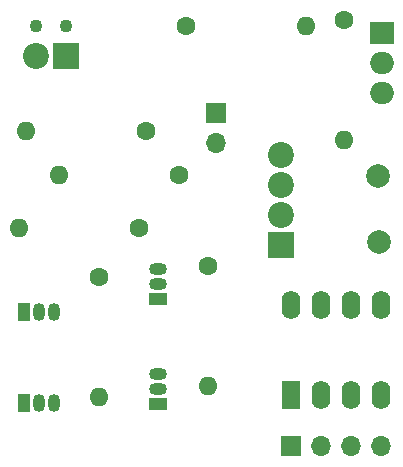
<source format=gbr>
%TF.GenerationSoftware,KiCad,Pcbnew,(6.0.10)*%
%TF.CreationDate,2023-01-15T11:08:54+01:00*%
%TF.ProjectId,PCB_PSU_LIN_2023-01-12,5043425f-5053-4555-9f4c-494e5f323032,rev?*%
%TF.SameCoordinates,Original*%
%TF.FileFunction,Soldermask,Bot*%
%TF.FilePolarity,Negative*%
%FSLAX46Y46*%
G04 Gerber Fmt 4.6, Leading zero omitted, Abs format (unit mm)*
G04 Created by KiCad (PCBNEW (6.0.10)) date 2023-01-15 11:08:54*
%MOMM*%
%LPD*%
G01*
G04 APERTURE LIST*
%ADD10C,2.000000*%
%ADD11C,1.600000*%
%ADD12O,1.600000X1.600000*%
%ADD13R,1.050000X1.500000*%
%ADD14O,1.050000X1.500000*%
%ADD15R,1.700000X1.700000*%
%ADD16O,1.700000X1.700000*%
%ADD17R,2.000000X1.905000*%
%ADD18O,2.000000X1.905000*%
%ADD19R,1.500000X1.050000*%
%ADD20O,1.500000X1.050000*%
%ADD21C,1.100000*%
%ADD22R,2.200000X2.200000*%
%ADD23C,2.200000*%
%ADD24R,1.600000X2.400000*%
%ADD25O,1.600000X2.400000*%
G04 APERTURE END LIST*
D10*
%TO.C,REF\u002A\u002A*%
X94995570Y-76212882D03*
%TD*%
D11*
%TO.C,R4*%
X75311107Y-72393220D03*
D12*
X65151107Y-72393220D03*
%TD*%
D13*
%TO.C,Q4*%
X65052674Y-87741994D03*
D14*
X66322674Y-87741994D03*
X67592674Y-87741994D03*
%TD*%
D15*
%TO.C,P4*%
X87657000Y-99035000D03*
D16*
X90197000Y-99035000D03*
X92737000Y-99035000D03*
X95277000Y-99035000D03*
%TD*%
D17*
%TO.C,Q1*%
X95325935Y-64073305D03*
D18*
X95325935Y-66613305D03*
X95325935Y-69153305D03*
%TD*%
D11*
%TO.C,R1*%
X92069811Y-63019768D03*
D12*
X92069811Y-73179768D03*
%TD*%
D11*
%TO.C,R2*%
X80601521Y-83820000D03*
D12*
X80601521Y-93980000D03*
%TD*%
D19*
%TO.C,Q5*%
X76317065Y-86595803D03*
D20*
X76317065Y-85325803D03*
X76317065Y-84055803D03*
%TD*%
D11*
%TO.C,R7*%
X74755012Y-80595080D03*
D12*
X64595012Y-80595080D03*
%TD*%
D19*
%TO.C,Q2*%
X76336262Y-95490000D03*
D20*
X76336262Y-94220000D03*
X76336262Y-92950000D03*
%TD*%
D11*
%TO.C,R6*%
X71392679Y-84704598D03*
D12*
X71392679Y-94864598D03*
%TD*%
D15*
%TO.C,P3*%
X81258320Y-70820081D03*
D16*
X81258320Y-73360081D03*
%TD*%
D11*
%TO.C,R5*%
X78132375Y-76114116D03*
D12*
X67972375Y-76114116D03*
%TD*%
D11*
%TO.C,R3*%
X78740000Y-63500000D03*
D12*
X88900000Y-63500000D03*
%TD*%
D21*
%TO.C,P2*%
X66040000Y-63500000D03*
X68580000Y-63500000D03*
D22*
X68580000Y-66040000D03*
D23*
X66040000Y-66040000D03*
%TD*%
D10*
%TO.C,REF\u002A\u002A*%
X95059983Y-81794719D03*
%TD*%
D22*
%TO.C,P1*%
X86748032Y-82015000D03*
D23*
X86748032Y-79475000D03*
X86748032Y-76935000D03*
X86748032Y-74395000D03*
%TD*%
D24*
%TO.C,IC1*%
X87657000Y-94713000D03*
D25*
X90197000Y-94713000D03*
X92737000Y-94713000D03*
X95277000Y-94713000D03*
X95277000Y-87093000D03*
X92737000Y-87093000D03*
X90197000Y-87093000D03*
X87657000Y-87093000D03*
%TD*%
D13*
%TO.C,Q3*%
X64996066Y-95433173D03*
D14*
X66266066Y-95433173D03*
X67536066Y-95433173D03*
%TD*%
M02*

</source>
